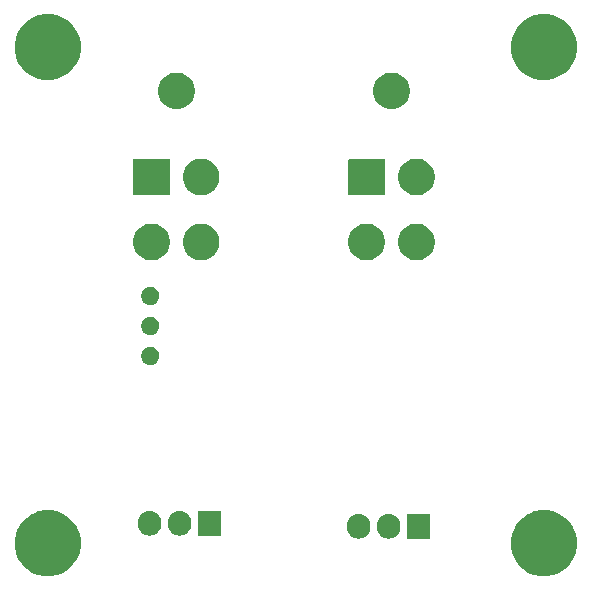
<source format=gbr>
G04 #@! TF.GenerationSoftware,KiCad,Pcbnew,(5.1.5)-3*
G04 #@! TF.CreationDate,2020-09-18T03:55:18-03:00*
G04 #@! TF.ProjectId,Pre charge & discharge,50726520-6368-4617-9267-652026206469,rev?*
G04 #@! TF.SameCoordinates,Original*
G04 #@! TF.FileFunction,Soldermask,Bot*
G04 #@! TF.FilePolarity,Negative*
%FSLAX46Y46*%
G04 Gerber Fmt 4.6, Leading zero omitted, Abs format (unit mm)*
G04 Created by KiCad (PCBNEW (5.1.5)-3) date 2020-09-18 03:55:18*
%MOMM*%
%LPD*%
G04 APERTURE LIST*
%ADD10C,0.100000*%
G04 APERTURE END LIST*
D10*
G36*
X191817021Y-83306640D02*
G01*
X192269697Y-83494145D01*
X192326771Y-83517786D01*
X192785534Y-83824321D01*
X193175679Y-84214466D01*
X193464551Y-84646795D01*
X193482215Y-84673231D01*
X193693360Y-85182979D01*
X193801000Y-85724124D01*
X193801000Y-86275876D01*
X193693360Y-86817021D01*
X193482215Y-87326769D01*
X193482214Y-87326771D01*
X193175679Y-87785534D01*
X192785534Y-88175679D01*
X192326771Y-88482214D01*
X192326770Y-88482215D01*
X192326769Y-88482215D01*
X191817021Y-88693360D01*
X191275876Y-88801000D01*
X190724124Y-88801000D01*
X190182979Y-88693360D01*
X189673231Y-88482215D01*
X189673230Y-88482215D01*
X189673229Y-88482214D01*
X189214466Y-88175679D01*
X188824321Y-87785534D01*
X188517786Y-87326771D01*
X188517785Y-87326769D01*
X188306640Y-86817021D01*
X188199000Y-86275876D01*
X188199000Y-85724124D01*
X188306640Y-85182979D01*
X188517785Y-84673231D01*
X188535449Y-84646795D01*
X188824321Y-84214466D01*
X189214466Y-83824321D01*
X189673229Y-83517786D01*
X189730303Y-83494145D01*
X190182979Y-83306640D01*
X190724124Y-83199000D01*
X191275876Y-83199000D01*
X191817021Y-83306640D01*
G37*
G36*
X149817021Y-83306640D02*
G01*
X150269697Y-83494145D01*
X150326771Y-83517786D01*
X150785534Y-83824321D01*
X151175679Y-84214466D01*
X151464551Y-84646795D01*
X151482215Y-84673231D01*
X151693360Y-85182979D01*
X151801000Y-85724124D01*
X151801000Y-86275876D01*
X151693360Y-86817021D01*
X151482215Y-87326769D01*
X151482214Y-87326771D01*
X151175679Y-87785534D01*
X150785534Y-88175679D01*
X150326771Y-88482214D01*
X150326770Y-88482215D01*
X150326769Y-88482215D01*
X149817021Y-88693360D01*
X149275876Y-88801000D01*
X148724124Y-88801000D01*
X148182979Y-88693360D01*
X147673231Y-88482215D01*
X147673230Y-88482215D01*
X147673229Y-88482214D01*
X147214466Y-88175679D01*
X146824321Y-87785534D01*
X146517786Y-87326771D01*
X146517785Y-87326769D01*
X146306640Y-86817021D01*
X146199000Y-86275876D01*
X146199000Y-85724124D01*
X146306640Y-85182979D01*
X146517785Y-84673231D01*
X146535449Y-84646795D01*
X146824321Y-84214466D01*
X147214466Y-83824321D01*
X147673229Y-83517786D01*
X147730303Y-83494145D01*
X148182979Y-83306640D01*
X148724124Y-83199000D01*
X149275876Y-83199000D01*
X149817021Y-83306640D01*
G37*
G36*
X175516720Y-83513520D02*
G01*
X175705881Y-83570901D01*
X175880212Y-83664083D01*
X176033015Y-83789485D01*
X176158417Y-83942288D01*
X176202182Y-84024167D01*
X176251598Y-84116617D01*
X176251599Y-84116620D01*
X176308980Y-84305781D01*
X176323500Y-84453207D01*
X176323500Y-84646794D01*
X176308980Y-84794220D01*
X176251599Y-84983381D01*
X176158417Y-85157712D01*
X176033015Y-85310515D01*
X175880212Y-85435917D01*
X175798333Y-85479682D01*
X175705883Y-85529098D01*
X175705880Y-85529099D01*
X175516719Y-85586480D01*
X175320000Y-85605855D01*
X175123280Y-85586480D01*
X174934119Y-85529099D01*
X174759788Y-85435917D01*
X174606985Y-85310515D01*
X174481583Y-85157712D01*
X174429630Y-85060515D01*
X174388402Y-84983383D01*
X174365448Y-84907712D01*
X174331020Y-84794219D01*
X174316500Y-84646793D01*
X174316500Y-84453206D01*
X174331020Y-84305780D01*
X174388401Y-84116619D01*
X174481583Y-83942288D01*
X174606985Y-83789485D01*
X174759788Y-83664083D01*
X174934120Y-83570901D01*
X175123281Y-83513520D01*
X175320000Y-83494145D01*
X175516720Y-83513520D01*
G37*
G36*
X178056720Y-83513520D02*
G01*
X178245881Y-83570901D01*
X178420212Y-83664083D01*
X178573015Y-83789485D01*
X178698417Y-83942288D01*
X178742182Y-84024167D01*
X178791598Y-84116617D01*
X178791599Y-84116620D01*
X178848980Y-84305781D01*
X178863500Y-84453207D01*
X178863500Y-84646794D01*
X178848980Y-84794220D01*
X178791599Y-84983381D01*
X178698417Y-85157712D01*
X178573015Y-85310515D01*
X178420212Y-85435917D01*
X178338333Y-85479682D01*
X178245883Y-85529098D01*
X178245880Y-85529099D01*
X178056719Y-85586480D01*
X177860000Y-85605855D01*
X177663280Y-85586480D01*
X177474119Y-85529099D01*
X177299788Y-85435917D01*
X177146985Y-85310515D01*
X177021583Y-85157712D01*
X176969630Y-85060515D01*
X176928402Y-84983383D01*
X176905448Y-84907712D01*
X176871020Y-84794219D01*
X176856500Y-84646793D01*
X176856500Y-84453206D01*
X176871020Y-84305780D01*
X176928401Y-84116619D01*
X177021583Y-83942288D01*
X177146985Y-83789485D01*
X177299788Y-83664083D01*
X177474120Y-83570901D01*
X177663281Y-83513520D01*
X177860000Y-83494145D01*
X178056720Y-83513520D01*
G37*
G36*
X181403500Y-85601000D02*
G01*
X179396500Y-85601000D01*
X179396500Y-83499000D01*
X181403500Y-83499000D01*
X181403500Y-85601000D01*
G37*
G36*
X157816720Y-83263520D02*
G01*
X158005881Y-83320901D01*
X158180212Y-83414083D01*
X158333015Y-83539485D01*
X158458417Y-83692288D01*
X158502182Y-83774167D01*
X158551598Y-83866617D01*
X158551599Y-83866620D01*
X158608980Y-84055781D01*
X158623500Y-84203207D01*
X158623500Y-84396794D01*
X158608980Y-84544220D01*
X158551599Y-84733381D01*
X158458417Y-84907712D01*
X158333015Y-85060515D01*
X158180212Y-85185917D01*
X158098333Y-85229682D01*
X158005883Y-85279098D01*
X158005880Y-85279099D01*
X157816719Y-85336480D01*
X157620000Y-85355855D01*
X157423280Y-85336480D01*
X157234119Y-85279099D01*
X157059788Y-85185917D01*
X156906985Y-85060515D01*
X156781583Y-84907712D01*
X156737818Y-84825833D01*
X156688402Y-84733383D01*
X156662136Y-84646794D01*
X156631020Y-84544219D01*
X156616500Y-84396793D01*
X156616500Y-84203206D01*
X156631020Y-84055780D01*
X156688401Y-83866619D01*
X156781583Y-83692288D01*
X156906985Y-83539485D01*
X157059788Y-83414083D01*
X157234120Y-83320901D01*
X157423281Y-83263520D01*
X157620000Y-83244145D01*
X157816720Y-83263520D01*
G37*
G36*
X160356720Y-83263520D02*
G01*
X160545881Y-83320901D01*
X160720212Y-83414083D01*
X160873015Y-83539485D01*
X160998417Y-83692288D01*
X161042182Y-83774167D01*
X161091598Y-83866617D01*
X161091599Y-83866620D01*
X161148980Y-84055781D01*
X161163500Y-84203207D01*
X161163500Y-84396794D01*
X161148980Y-84544220D01*
X161091599Y-84733381D01*
X160998417Y-84907712D01*
X160873015Y-85060515D01*
X160720212Y-85185917D01*
X160638333Y-85229682D01*
X160545883Y-85279098D01*
X160545880Y-85279099D01*
X160356719Y-85336480D01*
X160160000Y-85355855D01*
X159963280Y-85336480D01*
X159774119Y-85279099D01*
X159599788Y-85185917D01*
X159446985Y-85060515D01*
X159321583Y-84907712D01*
X159277818Y-84825833D01*
X159228402Y-84733383D01*
X159202136Y-84646794D01*
X159171020Y-84544219D01*
X159156500Y-84396793D01*
X159156500Y-84203206D01*
X159171020Y-84055780D01*
X159228401Y-83866619D01*
X159321583Y-83692288D01*
X159446985Y-83539485D01*
X159599788Y-83414083D01*
X159774120Y-83320901D01*
X159963281Y-83263520D01*
X160160000Y-83244145D01*
X160356720Y-83263520D01*
G37*
G36*
X163703500Y-85351000D02*
G01*
X161696500Y-85351000D01*
X161696500Y-83249000D01*
X163703500Y-83249000D01*
X163703500Y-85351000D01*
G37*
G36*
X157805589Y-69364876D02*
G01*
X157904893Y-69384629D01*
X158045206Y-69442748D01*
X158171484Y-69527125D01*
X158278875Y-69634516D01*
X158363252Y-69760794D01*
X158421371Y-69901107D01*
X158451000Y-70050063D01*
X158451000Y-70201937D01*
X158421371Y-70350893D01*
X158363252Y-70491206D01*
X158278875Y-70617484D01*
X158171484Y-70724875D01*
X158045206Y-70809252D01*
X157904893Y-70867371D01*
X157805589Y-70887124D01*
X157755938Y-70897000D01*
X157604062Y-70897000D01*
X157554411Y-70887124D01*
X157455107Y-70867371D01*
X157314794Y-70809252D01*
X157188516Y-70724875D01*
X157081125Y-70617484D01*
X156996748Y-70491206D01*
X156938629Y-70350893D01*
X156909000Y-70201937D01*
X156909000Y-70050063D01*
X156938629Y-69901107D01*
X156996748Y-69760794D01*
X157081125Y-69634516D01*
X157188516Y-69527125D01*
X157314794Y-69442748D01*
X157455107Y-69384629D01*
X157554411Y-69364876D01*
X157604062Y-69355000D01*
X157755938Y-69355000D01*
X157805589Y-69364876D01*
G37*
G36*
X157805589Y-66824876D02*
G01*
X157904893Y-66844629D01*
X158045206Y-66902748D01*
X158171484Y-66987125D01*
X158278875Y-67094516D01*
X158363252Y-67220794D01*
X158421371Y-67361107D01*
X158451000Y-67510063D01*
X158451000Y-67661937D01*
X158421371Y-67810893D01*
X158363252Y-67951206D01*
X158278875Y-68077484D01*
X158171484Y-68184875D01*
X158045206Y-68269252D01*
X157904893Y-68327371D01*
X157805589Y-68347124D01*
X157755938Y-68357000D01*
X157604062Y-68357000D01*
X157554411Y-68347124D01*
X157455107Y-68327371D01*
X157314794Y-68269252D01*
X157188516Y-68184875D01*
X157081125Y-68077484D01*
X156996748Y-67951206D01*
X156938629Y-67810893D01*
X156909000Y-67661937D01*
X156909000Y-67510063D01*
X156938629Y-67361107D01*
X156996748Y-67220794D01*
X157081125Y-67094516D01*
X157188516Y-66987125D01*
X157314794Y-66902748D01*
X157455107Y-66844629D01*
X157554411Y-66824876D01*
X157604062Y-66815000D01*
X157755938Y-66815000D01*
X157805589Y-66824876D01*
G37*
G36*
X157805589Y-64284876D02*
G01*
X157904893Y-64304629D01*
X158045206Y-64362748D01*
X158171484Y-64447125D01*
X158278875Y-64554516D01*
X158363252Y-64680794D01*
X158421371Y-64821107D01*
X158451000Y-64970063D01*
X158451000Y-65121937D01*
X158421371Y-65270893D01*
X158363252Y-65411206D01*
X158278875Y-65537484D01*
X158171484Y-65644875D01*
X158045206Y-65729252D01*
X157904893Y-65787371D01*
X157805589Y-65807124D01*
X157755938Y-65817000D01*
X157604062Y-65817000D01*
X157554411Y-65807124D01*
X157455107Y-65787371D01*
X157314794Y-65729252D01*
X157188516Y-65644875D01*
X157081125Y-65537484D01*
X156996748Y-65411206D01*
X156938629Y-65270893D01*
X156909000Y-65121937D01*
X156909000Y-64970063D01*
X156938629Y-64821107D01*
X156996748Y-64680794D01*
X157081125Y-64554516D01*
X157188516Y-64447125D01*
X157314794Y-64362748D01*
X157455107Y-64304629D01*
X157554411Y-64284876D01*
X157604062Y-64275000D01*
X157755938Y-64275000D01*
X157805589Y-64284876D01*
G37*
G36*
X180502585Y-58978802D02*
G01*
X180652410Y-59008604D01*
X180934674Y-59125521D01*
X181188705Y-59295259D01*
X181404741Y-59511295D01*
X181574479Y-59765326D01*
X181691396Y-60047590D01*
X181751000Y-60347240D01*
X181751000Y-60652760D01*
X181691396Y-60952410D01*
X181574479Y-61234674D01*
X181404741Y-61488705D01*
X181188705Y-61704741D01*
X180934674Y-61874479D01*
X180652410Y-61991396D01*
X180502585Y-62021198D01*
X180352761Y-62051000D01*
X180047239Y-62051000D01*
X179897415Y-62021198D01*
X179747590Y-61991396D01*
X179465326Y-61874479D01*
X179211295Y-61704741D01*
X178995259Y-61488705D01*
X178825521Y-61234674D01*
X178708604Y-60952410D01*
X178649000Y-60652760D01*
X178649000Y-60347240D01*
X178708604Y-60047590D01*
X178825521Y-59765326D01*
X178995259Y-59511295D01*
X179211295Y-59295259D01*
X179465326Y-59125521D01*
X179747590Y-59008604D01*
X179897415Y-58978802D01*
X180047239Y-58949000D01*
X180352761Y-58949000D01*
X180502585Y-58978802D01*
G37*
G36*
X162288585Y-58978802D02*
G01*
X162438410Y-59008604D01*
X162720674Y-59125521D01*
X162974705Y-59295259D01*
X163190741Y-59511295D01*
X163360479Y-59765326D01*
X163477396Y-60047590D01*
X163537000Y-60347240D01*
X163537000Y-60652760D01*
X163477396Y-60952410D01*
X163360479Y-61234674D01*
X163190741Y-61488705D01*
X162974705Y-61704741D01*
X162720674Y-61874479D01*
X162438410Y-61991396D01*
X162288585Y-62021198D01*
X162138761Y-62051000D01*
X161833239Y-62051000D01*
X161683415Y-62021198D01*
X161533590Y-61991396D01*
X161251326Y-61874479D01*
X160997295Y-61704741D01*
X160781259Y-61488705D01*
X160611521Y-61234674D01*
X160494604Y-60952410D01*
X160435000Y-60652760D01*
X160435000Y-60347240D01*
X160494604Y-60047590D01*
X160611521Y-59765326D01*
X160781259Y-59511295D01*
X160997295Y-59295259D01*
X161251326Y-59125521D01*
X161533590Y-59008604D01*
X161683415Y-58978802D01*
X161833239Y-58949000D01*
X162138761Y-58949000D01*
X162288585Y-58978802D01*
G37*
G36*
X158088585Y-58978802D02*
G01*
X158238410Y-59008604D01*
X158520674Y-59125521D01*
X158774705Y-59295259D01*
X158990741Y-59511295D01*
X159160479Y-59765326D01*
X159277396Y-60047590D01*
X159337000Y-60347240D01*
X159337000Y-60652760D01*
X159277396Y-60952410D01*
X159160479Y-61234674D01*
X158990741Y-61488705D01*
X158774705Y-61704741D01*
X158520674Y-61874479D01*
X158238410Y-61991396D01*
X158088585Y-62021198D01*
X157938761Y-62051000D01*
X157633239Y-62051000D01*
X157483415Y-62021198D01*
X157333590Y-61991396D01*
X157051326Y-61874479D01*
X156797295Y-61704741D01*
X156581259Y-61488705D01*
X156411521Y-61234674D01*
X156294604Y-60952410D01*
X156235000Y-60652760D01*
X156235000Y-60347240D01*
X156294604Y-60047590D01*
X156411521Y-59765326D01*
X156581259Y-59511295D01*
X156797295Y-59295259D01*
X157051326Y-59125521D01*
X157333590Y-59008604D01*
X157483415Y-58978802D01*
X157633239Y-58949000D01*
X157938761Y-58949000D01*
X158088585Y-58978802D01*
G37*
G36*
X176302585Y-58978802D02*
G01*
X176452410Y-59008604D01*
X176734674Y-59125521D01*
X176988705Y-59295259D01*
X177204741Y-59511295D01*
X177374479Y-59765326D01*
X177491396Y-60047590D01*
X177551000Y-60347240D01*
X177551000Y-60652760D01*
X177491396Y-60952410D01*
X177374479Y-61234674D01*
X177204741Y-61488705D01*
X176988705Y-61704741D01*
X176734674Y-61874479D01*
X176452410Y-61991396D01*
X176302585Y-62021198D01*
X176152761Y-62051000D01*
X175847239Y-62051000D01*
X175697415Y-62021198D01*
X175547590Y-61991396D01*
X175265326Y-61874479D01*
X175011295Y-61704741D01*
X174795259Y-61488705D01*
X174625521Y-61234674D01*
X174508604Y-60952410D01*
X174449000Y-60652760D01*
X174449000Y-60347240D01*
X174508604Y-60047590D01*
X174625521Y-59765326D01*
X174795259Y-59511295D01*
X175011295Y-59295259D01*
X175265326Y-59125521D01*
X175547590Y-59008604D01*
X175697415Y-58978802D01*
X175847239Y-58949000D01*
X176152761Y-58949000D01*
X176302585Y-58978802D01*
G37*
G36*
X180502585Y-53478802D02*
G01*
X180652410Y-53508604D01*
X180934674Y-53625521D01*
X181188705Y-53795259D01*
X181404741Y-54011295D01*
X181574479Y-54265326D01*
X181691396Y-54547590D01*
X181751000Y-54847240D01*
X181751000Y-55152760D01*
X181691396Y-55452410D01*
X181574479Y-55734674D01*
X181404741Y-55988705D01*
X181188705Y-56204741D01*
X180934674Y-56374479D01*
X180652410Y-56491396D01*
X180584430Y-56504918D01*
X180352761Y-56551000D01*
X180047239Y-56551000D01*
X179815570Y-56504918D01*
X179747590Y-56491396D01*
X179465326Y-56374479D01*
X179211295Y-56204741D01*
X178995259Y-55988705D01*
X178825521Y-55734674D01*
X178708604Y-55452410D01*
X178649000Y-55152760D01*
X178649000Y-54847240D01*
X178708604Y-54547590D01*
X178825521Y-54265326D01*
X178995259Y-54011295D01*
X179211295Y-53795259D01*
X179465326Y-53625521D01*
X179747590Y-53508604D01*
X179897415Y-53478802D01*
X180047239Y-53449000D01*
X180352761Y-53449000D01*
X180502585Y-53478802D01*
G37*
G36*
X177468029Y-53451571D02*
G01*
X177487223Y-53457394D01*
X177504918Y-53466852D01*
X177520423Y-53479577D01*
X177533148Y-53495082D01*
X177542606Y-53512777D01*
X177548429Y-53531971D01*
X177551000Y-53558077D01*
X177551000Y-56441923D01*
X177548429Y-56468029D01*
X177542606Y-56487223D01*
X177533148Y-56504918D01*
X177520423Y-56520423D01*
X177504918Y-56533148D01*
X177487223Y-56542606D01*
X177468029Y-56548429D01*
X177441923Y-56551000D01*
X174558077Y-56551000D01*
X174531971Y-56548429D01*
X174512777Y-56542606D01*
X174495082Y-56533148D01*
X174479577Y-56520423D01*
X174466852Y-56504918D01*
X174457394Y-56487223D01*
X174451571Y-56468029D01*
X174449000Y-56441923D01*
X174449000Y-53558077D01*
X174451571Y-53531971D01*
X174457394Y-53512777D01*
X174466852Y-53495082D01*
X174479577Y-53479577D01*
X174495082Y-53466852D01*
X174512777Y-53457394D01*
X174531971Y-53451571D01*
X174558077Y-53449000D01*
X177441923Y-53449000D01*
X177468029Y-53451571D01*
G37*
G36*
X162288585Y-53478802D02*
G01*
X162438410Y-53508604D01*
X162720674Y-53625521D01*
X162974705Y-53795259D01*
X163190741Y-54011295D01*
X163360479Y-54265326D01*
X163477396Y-54547590D01*
X163537000Y-54847240D01*
X163537000Y-55152760D01*
X163477396Y-55452410D01*
X163360479Y-55734674D01*
X163190741Y-55988705D01*
X162974705Y-56204741D01*
X162720674Y-56374479D01*
X162438410Y-56491396D01*
X162370430Y-56504918D01*
X162138761Y-56551000D01*
X161833239Y-56551000D01*
X161601570Y-56504918D01*
X161533590Y-56491396D01*
X161251326Y-56374479D01*
X160997295Y-56204741D01*
X160781259Y-55988705D01*
X160611521Y-55734674D01*
X160494604Y-55452410D01*
X160435000Y-55152760D01*
X160435000Y-54847240D01*
X160494604Y-54547590D01*
X160611521Y-54265326D01*
X160781259Y-54011295D01*
X160997295Y-53795259D01*
X161251326Y-53625521D01*
X161533590Y-53508604D01*
X161683415Y-53478802D01*
X161833239Y-53449000D01*
X162138761Y-53449000D01*
X162288585Y-53478802D01*
G37*
G36*
X159254029Y-53451571D02*
G01*
X159273223Y-53457394D01*
X159290918Y-53466852D01*
X159306423Y-53479577D01*
X159319148Y-53495082D01*
X159328606Y-53512777D01*
X159334429Y-53531971D01*
X159337000Y-53558077D01*
X159337000Y-56441923D01*
X159334429Y-56468029D01*
X159328606Y-56487223D01*
X159319148Y-56504918D01*
X159306423Y-56520423D01*
X159290918Y-56533148D01*
X159273223Y-56542606D01*
X159254029Y-56548429D01*
X159227923Y-56551000D01*
X156344077Y-56551000D01*
X156317971Y-56548429D01*
X156298777Y-56542606D01*
X156281082Y-56533148D01*
X156265577Y-56520423D01*
X156252852Y-56504918D01*
X156243394Y-56487223D01*
X156237571Y-56468029D01*
X156235000Y-56441923D01*
X156235000Y-53558077D01*
X156237571Y-53531971D01*
X156243394Y-53512777D01*
X156252852Y-53495082D01*
X156265577Y-53479577D01*
X156281082Y-53466852D01*
X156298777Y-53457394D01*
X156317971Y-53451571D01*
X156344077Y-53449000D01*
X159227923Y-53449000D01*
X159254029Y-53451571D01*
G37*
G36*
X160172885Y-46175679D02*
G01*
X160338410Y-46208604D01*
X160620674Y-46325521D01*
X160874705Y-46495259D01*
X161090741Y-46711295D01*
X161260479Y-46965326D01*
X161377396Y-47247590D01*
X161437000Y-47547240D01*
X161437000Y-47852760D01*
X161377396Y-48152410D01*
X161260479Y-48434674D01*
X161090741Y-48688705D01*
X160874705Y-48904741D01*
X160620674Y-49074479D01*
X160338410Y-49191396D01*
X160188585Y-49221198D01*
X160038761Y-49251000D01*
X159733239Y-49251000D01*
X159583415Y-49221198D01*
X159433590Y-49191396D01*
X159151326Y-49074479D01*
X158897295Y-48904741D01*
X158681259Y-48688705D01*
X158511521Y-48434674D01*
X158394604Y-48152410D01*
X158335000Y-47852760D01*
X158335000Y-47547240D01*
X158394604Y-47247590D01*
X158511521Y-46965326D01*
X158681259Y-46711295D01*
X158897295Y-46495259D01*
X159151326Y-46325521D01*
X159433590Y-46208604D01*
X159599115Y-46175679D01*
X159733239Y-46149000D01*
X160038761Y-46149000D01*
X160172885Y-46175679D01*
G37*
G36*
X178386885Y-46175679D02*
G01*
X178552410Y-46208604D01*
X178834674Y-46325521D01*
X179088705Y-46495259D01*
X179304741Y-46711295D01*
X179474479Y-46965326D01*
X179591396Y-47247590D01*
X179651000Y-47547240D01*
X179651000Y-47852760D01*
X179591396Y-48152410D01*
X179474479Y-48434674D01*
X179304741Y-48688705D01*
X179088705Y-48904741D01*
X178834674Y-49074479D01*
X178552410Y-49191396D01*
X178402585Y-49221198D01*
X178252761Y-49251000D01*
X177947239Y-49251000D01*
X177797415Y-49221198D01*
X177647590Y-49191396D01*
X177365326Y-49074479D01*
X177111295Y-48904741D01*
X176895259Y-48688705D01*
X176725521Y-48434674D01*
X176608604Y-48152410D01*
X176549000Y-47852760D01*
X176549000Y-47547240D01*
X176608604Y-47247590D01*
X176725521Y-46965326D01*
X176895259Y-46711295D01*
X177111295Y-46495259D01*
X177365326Y-46325521D01*
X177647590Y-46208604D01*
X177813115Y-46175679D01*
X177947239Y-46149000D01*
X178252761Y-46149000D01*
X178386885Y-46175679D01*
G37*
G36*
X149817021Y-41306640D02*
G01*
X150326769Y-41517785D01*
X150326771Y-41517786D01*
X150785534Y-41824321D01*
X151175679Y-42214466D01*
X151482214Y-42673229D01*
X151482215Y-42673231D01*
X151693360Y-43182979D01*
X151801000Y-43724124D01*
X151801000Y-44275876D01*
X151693360Y-44817021D01*
X151482215Y-45326769D01*
X151482214Y-45326771D01*
X151175679Y-45785534D01*
X150785534Y-46175679D01*
X150326771Y-46482214D01*
X150326770Y-46482215D01*
X150326769Y-46482215D01*
X149817021Y-46693360D01*
X149275876Y-46801000D01*
X148724124Y-46801000D01*
X148182979Y-46693360D01*
X147673231Y-46482215D01*
X147673230Y-46482215D01*
X147673229Y-46482214D01*
X147214466Y-46175679D01*
X146824321Y-45785534D01*
X146517786Y-45326771D01*
X146517785Y-45326769D01*
X146306640Y-44817021D01*
X146199000Y-44275876D01*
X146199000Y-43724124D01*
X146306640Y-43182979D01*
X146517785Y-42673231D01*
X146517786Y-42673229D01*
X146824321Y-42214466D01*
X147214466Y-41824321D01*
X147673229Y-41517786D01*
X147673231Y-41517785D01*
X148182979Y-41306640D01*
X148724124Y-41199000D01*
X149275876Y-41199000D01*
X149817021Y-41306640D01*
G37*
G36*
X191817021Y-41306640D02*
G01*
X192326769Y-41517785D01*
X192326771Y-41517786D01*
X192785534Y-41824321D01*
X193175679Y-42214466D01*
X193482214Y-42673229D01*
X193482215Y-42673231D01*
X193693360Y-43182979D01*
X193801000Y-43724124D01*
X193801000Y-44275876D01*
X193693360Y-44817021D01*
X193482215Y-45326769D01*
X193482214Y-45326771D01*
X193175679Y-45785534D01*
X192785534Y-46175679D01*
X192326771Y-46482214D01*
X192326770Y-46482215D01*
X192326769Y-46482215D01*
X191817021Y-46693360D01*
X191275876Y-46801000D01*
X190724124Y-46801000D01*
X190182979Y-46693360D01*
X189673231Y-46482215D01*
X189673230Y-46482215D01*
X189673229Y-46482214D01*
X189214466Y-46175679D01*
X188824321Y-45785534D01*
X188517786Y-45326771D01*
X188517785Y-45326769D01*
X188306640Y-44817021D01*
X188199000Y-44275876D01*
X188199000Y-43724124D01*
X188306640Y-43182979D01*
X188517785Y-42673231D01*
X188517786Y-42673229D01*
X188824321Y-42214466D01*
X189214466Y-41824321D01*
X189673229Y-41517786D01*
X189673231Y-41517785D01*
X190182979Y-41306640D01*
X190724124Y-41199000D01*
X191275876Y-41199000D01*
X191817021Y-41306640D01*
G37*
M02*

</source>
